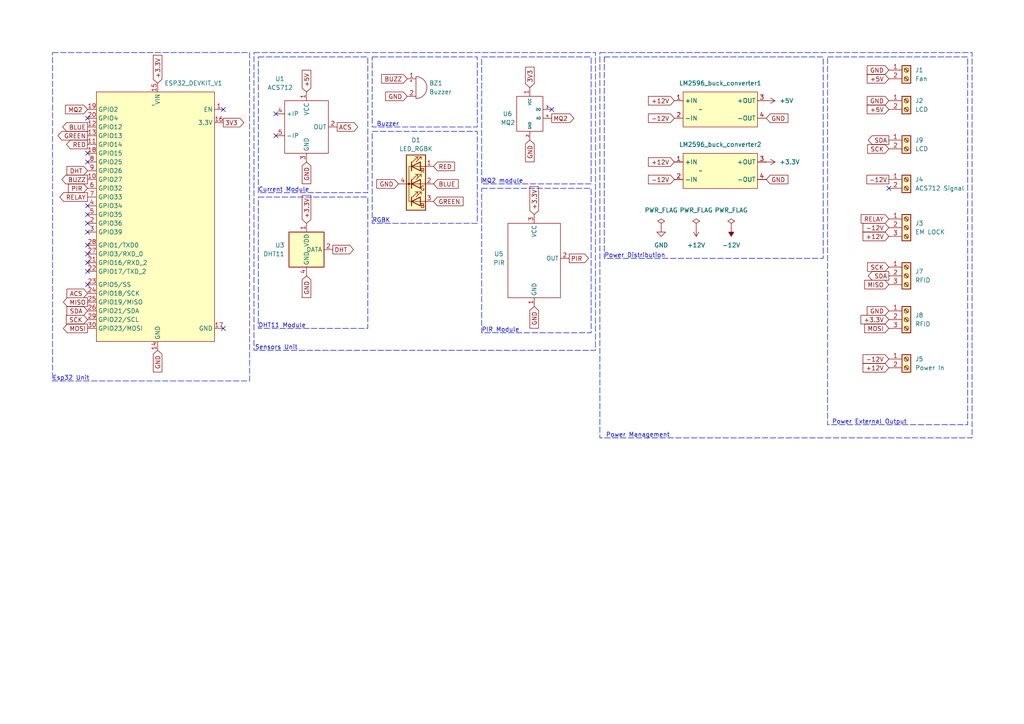
<source format=kicad_sch>
(kicad_sch (version 20230121) (generator eeschema)
  (paper "A4")
  (lib_symbols
    (symbol "Buck_coverter:DC-DC_LM2596_BUCK"
      (property "Reference" "LM2596_buck_converter" (at 6.35 7.62 0))
      (symbol "DC-DC_LM2596_BUCK_1_1"
        (rectangle (start -5.08 5.08) (end 16.51 -5.08) (fill (type background)))
        (pin power_in line (at -7.62 2.54 0) (length 2.54) (name "+IN") (number "1"))
        (pin power_in line (at -7.62 -2.54 0) (length 2.54) (name "-IN") (number "2"))
        (pin power_out line (at 19.05 2.54 180) (length 2.54) (name "+OUT") (number "3"))
        (pin passive line (at 19.05 -2.54 180) (length 2.54) (name "-OUT") (number "4"))
      )
    )
    (symbol "Connector:Screw_Terminal_01x02" (pin_names (offset 1.016) hide)
      (property "Reference" "J" (at 0 2.54 0))
      (property "Value" "Screw_Terminal_01x02" (at 0 -5.08 0))
      (symbol "Screw_Terminal_01x02_1_1"
        (rectangle (start -1.27 1.27) (end 1.27 -3.81) (stroke (width 0.254)) (fill (type background)))
        (circle (center 0 -2.54) (radius 0.635) (stroke (width 0.1524)))
        (polyline (pts (xy -0.5334 -2.2098) (xy 0.3302 -3.048)) (stroke (width 0.1524)))
        (polyline (pts (xy -0.5334 0.3302) (xy 0.3302 -0.508)) (stroke (width 0.1524)))
        (polyline (pts (xy -0.3556 -2.032) (xy 0.508 -2.8702)) (stroke (width 0.1524)))
        (polyline (pts (xy -0.3556 0.508) (xy 0.508 -0.3302)) (stroke (width 0.1524)))
        (circle (center 0 0) (radius 0.635) (stroke (width 0.1524)))
        (pin passive line (at -5.08 0 0) (length 3.81) (name "Pin_1") (number "1"))
        (pin passive line (at -5.08 -2.54 0) (length 3.81) (name "Pin_2") (number "2"))
      )
    )
    (symbol "Connector:Screw_Terminal_01x03" (pin_names (offset 1.016) hide)
      (property "Reference" "J" (at 0 5.08 0))
      (property "Value" "Screw_Terminal_01x03" (at 0 -5.08 0))
      (symbol "Screw_Terminal_01x03_1_1"
        (rectangle (start -1.27 3.81) (end 1.27 -3.81) (stroke (width 0.254)) (fill (type background)))
        (circle (center 0 -2.54) (radius 0.635) (stroke (width 0.1524)))
        (polyline (pts (xy -0.5334 -2.2098) (xy 0.3302 -3.048)) (stroke (width 0.1524)))
        (polyline (pts (xy -0.5334 0.3302) (xy 0.3302 -0.508)) (stroke (width 0.1524)))
        (polyline (pts (xy -0.5334 2.8702) (xy 0.3302 2.032)) (stroke (width 0.1524)))
        (polyline (pts (xy -0.3556 -2.032) (xy 0.508 -2.8702)) (stroke (width 0.1524)))
        (polyline (pts (xy -0.3556 0.508) (xy 0.508 -0.3302)) (stroke (width 0.1524)))
        (polyline (pts (xy -0.3556 3.048) (xy 0.508 2.2098)) (stroke (width 0.1524)))
        (circle (center 0 0) (radius 0.635) (stroke (width 0.1524)))
        (circle (center 0 2.54) (radius 0.635) (stroke (width 0.1524)))
        (pin passive line (at -5.08 2.54 0) (length 3.81) (name "Pin_1") (number "1"))
        (pin passive line (at -5.08 0 0) (length 3.81) (name "Pin_2") (number "2"))
        (pin passive line (at -5.08 -2.54 0) (length 3.81) (name "Pin_3") (number "3"))
      )
    )
    (symbol "Device:Buzzer" (pin_names (offset 0.0254) hide)
      (property "Reference" "BZ" (at 3.81 1.27 0))
      (property "Value" "Buzzer" (at 3.81 -1.27 0))
      (symbol "Buzzer_0_1"
        (arc (start 0 -3.175) (mid 3.1612 0) (end 0 3.175))
        (polyline (pts (xy -1.651 1.905) (xy -1.143 1.905)))
        (polyline (pts (xy -1.397 2.159) (xy -1.397 1.651)))
        (polyline (pts (xy 0 3.175) (xy 0 -3.175)))
      )
      (symbol "Buzzer_1_1"
        (pin passive line (at -2.54 2.54 0) (length 2.54) (name "-") (number "1"))
        (pin passive line (at -2.54 -2.54 0) (length 2.54) (name "+") (number "2"))
      )
    )
    (symbol "Device:LED_RGBK" (pin_names (offset 0) hide)
      (property "Reference" "D" (at 0 9.398 0))
      (property "Value" "LED_RGBK" (at 0 -8.89 0))
      (symbol "LED_RGBK_0_0"
        (text "B" (at 1.905 -6.35 0) (effects (font (size 1.27 1.27))))
        (text "G" (at 1.905 -1.27 0) (effects (font (size 1.27 1.27))))
        (text "R" (at 1.905 3.81 0) (effects (font (size 1.27 1.27))))
      )
      (symbol "LED_RGBK_0_1"
        (circle (center -2.032 0) (radius 0.254) (fill (type outline)))
        (polyline (pts (xy -1.27 -5.08) (xy 1.27 -5.08)))
        (polyline (pts (xy -1.27 -3.81) (xy -1.27 -6.35)) (stroke (width 0.254)))
        (polyline (pts (xy -1.27 0) (xy -2.54 0)))
        (polyline (pts (xy -1.27 1.27) (xy -1.27 -1.27)) (stroke (width 0.254)))
        (polyline (pts (xy -1.27 5.08) (xy 1.27 5.08)))
        (polyline (pts (xy -1.27 6.35) (xy -1.27 3.81)) (stroke (width 0.254)))
        (polyline (pts (xy 1.27 -5.08) (xy 2.54 -5.08)))
        (polyline (pts (xy 1.27 0) (xy -1.27 0)))
        (polyline (pts (xy 1.27 0) (xy 2.54 0)))
        (polyline (pts (xy 1.27 5.08) (xy 2.54 5.08)))
        (polyline (pts (xy -1.27 1.27) (xy -1.27 -1.27) (xy -1.27 -1.27)))
        (polyline (pts (xy -1.27 6.35) (xy -1.27 3.81) (xy -1.27 3.81)))
        (polyline (pts (xy -1.27 5.08) (xy -2.032 5.08) (xy -2.032 -5.08) (xy -1.016 -5.08)))
        (polyline (pts (xy 1.27 -3.81) (xy 1.27 -6.35) (xy -1.27 -5.08) (xy 1.27 -3.81)) (stroke (width 0.254)))
        (polyline (pts (xy 1.27 1.27) (xy 1.27 -1.27) (xy -1.27 0) (xy 1.27 1.27)) (stroke (width 0.254)))
        (polyline (pts (xy 1.27 6.35) (xy 1.27 3.81) (xy -1.27 5.08) (xy 1.27 6.35)) (stroke (width 0.254)))
        (polyline (pts (xy -1.016 -3.81) (xy 0.508 -2.286) (xy -0.254 -2.286) (xy 0.508 -2.286) (xy 0.508 -3.048)))
        (polyline (pts (xy -1.016 1.27) (xy 0.508 2.794) (xy -0.254 2.794) (xy 0.508 2.794) (xy 0.508 2.032)))
        (polyline (pts (xy -1.016 6.35) (xy 0.508 7.874) (xy -0.254 7.874) (xy 0.508 7.874) (xy 0.508 7.112)))
        (polyline (pts (xy 0 -3.81) (xy 1.524 -2.286) (xy 0.762 -2.286) (xy 1.524 -2.286) (xy 1.524 -3.048)))
        (polyline (pts (xy 0 1.27) (xy 1.524 2.794) (xy 0.762 2.794) (xy 1.524 2.794) (xy 1.524 2.032)))
        (polyline (pts (xy 0 6.35) (xy 1.524 7.874) (xy 0.762 7.874) (xy 1.524 7.874) (xy 1.524 7.112)))
        (rectangle (start 1.27 -1.27) (end 1.27 1.27))
        (rectangle (start 1.27 1.27) (end 1.27 1.27))
        (rectangle (start 1.27 3.81) (end 1.27 6.35))
        (rectangle (start 1.27 6.35) (end 1.27 6.35))
        (rectangle (start 2.794 8.382) (end -2.794 -7.62) (stroke (width 0.254)) (fill (type background)))
      )
      (symbol "LED_RGBK_1_1"
        (pin passive line (at 5.08 5.08 180) (length 2.54) (name "RA") (number "1"))
        (pin passive line (at 5.08 0 180) (length 2.54) (name "GA") (number "2"))
        (pin passive line (at 5.08 -5.08 180) (length 2.54) (name "BA") (number "3"))
        (pin passive line (at -5.08 0 0) (length 2.54) (name "K") (number "4"))
      )
    )
    (symbol "MCU_DOIT_ESP32:ESP32_DEVKIT_V1"
      (property "Reference" "ESP32_DEVKIT_V1" (at -15.24 6.35 0))
      (symbol "ESP32_DEVKIT_V1_1_1"
        (rectangle (start -17.78 3.81) (end 16.51 -68.58) (fill (type background)))
        (pin power_in line (at 19.05 -1.27 180) (length 2.54) (name "EN") (number "1"))
        (pin bidirectional line (at -20.32 -21.59 0) (length 2.54) (name "GPIO27") (number "10"))
        (pin bidirectional line (at -20.32 -11.43 0) (length 2.54) (name "GPIO14") (number "11"))
        (pin bidirectional line (at -20.32 -6.35 0) (length 2.54) (name "GPIO12") (number "12"))
        (pin bidirectional line (at -20.32 -8.89 0) (length 2.54) (name "GPIO13") (number "13"))
        (pin power_in line (at 0 -71.12 90) (length 2.54) (name "GND") (number "14"))
        (pin power_in line (at 0 6.35 270) (length 2.54) (name "VIN") (number "15"))
        (pin power_out line (at 19.05 -5.08 180) (length 2.54) (name "3.3V") (number "16"))
        (pin power_out line (at 19.05 -64.77 180) (length 2.54) (name "GND") (number "17"))
        (pin bidirectional line (at -20.32 -13.97 0) (length 2.54) (name "GPIO15") (number "18"))
        (pin bidirectional line (at -20.32 -1.27 0) (length 2.54) (name "GPIO2") (number "19"))
        (pin bidirectional line (at -20.32 -34.29 0) (length 2.54) (name "GPIO36") (number "2"))
        (pin bidirectional line (at -20.32 -3.81 0) (length 2.54) (name "GPIO4") (number "20"))
        (pin bidirectional line (at -20.32 -45.72 0) (length 2.54) (name "GPIO16/RXD_2") (number "21"))
        (pin bidirectional line (at -20.32 -48.26 0) (length 2.54) (name "GPIO17/TXD_2") (number "22"))
        (pin bidirectional line (at -20.32 -52.07 0) (length 2.54) (name "GPIO5/SS") (number "23"))
        (pin bidirectional line (at -20.32 -54.61 0) (length 2.54) (name "GPIO18/SCK") (number "24"))
        (pin bidirectional line (at -20.32 -57.15 0) (length 2.54) (name "GPIO19/MISO") (number "25"))
        (pin bidirectional line (at -20.32 -59.69 0) (length 2.54) (name "GPIO21/SDA") (number "26"))
        (pin bidirectional line (at -20.32 -43.18 0) (length 2.54) (name "GPIO3/RXD_0") (number "27"))
        (pin bidirectional line (at -20.32 -40.64 0) (length 2.54) (name "GPIO1/TXD0") (number "28"))
        (pin bidirectional line (at -20.32 -62.23 0) (length 2.54) (name "GPIO22/SCL") (number "29"))
        (pin bidirectional line (at -20.32 -36.83 0) (length 2.54) (name "GPIO39") (number "3"))
        (pin bidirectional line (at -20.32 -64.77 0) (length 2.54) (name "GPIO23/MOSI") (number "30"))
        (pin bidirectional line (at -20.32 -29.21 0) (length 2.54) (name "GPIO34") (number "4"))
        (pin bidirectional line (at -20.32 -31.75 0) (length 2.54) (name "GPIO35") (number "5"))
        (pin bidirectional line (at -20.32 -24.13 0) (length 2.54) (name "GPIO32") (number "6"))
        (pin bidirectional line (at -20.32 -26.67 0) (length 2.54) (name "GPIO33") (number "7"))
        (pin bidirectional line (at -20.32 -16.51 0) (length 2.54) (name "GPIO25") (number "8"))
        (pin bidirectional line (at -20.32 -19.05 0) (length 2.54) (name "GPIO26") (number "9"))
      )
    )
    (symbol "Sensor:DHT11"
      (property "Reference" "U" (at -3.81 6.35 0))
      (property "Value" "DHT11" (at 3.81 6.35 0))
      (symbol "DHT11_0_1"
        (rectangle (start -5.08 5.08) (end 5.08 -5.08) (stroke (width 0.254)) (fill (type background)))
      )
      (symbol "DHT11_1_1"
        (pin power_in line (at 0 7.62 270) (length 2.54) (name "VDD") (number "1"))
        (pin bidirectional line (at 7.62 0 180) (length 2.54) (name "DATA") (number "2"))
        (pin no_connect line (at -5.08 0 0) (length 2.54) hide (name "NC") (number "3"))
        (pin power_in line (at 0 -7.62 90) (length 2.54) (name "GND") (number "4"))
      )
    )
    (symbol "Sensor_Current_module:ACS712_5B"
      (property "Reference" "U" (at 0 5.08 0))
      (symbol "ACS712_5B_0_1"
        (rectangle (start 0 0) (end 12.7 -15.24))
      )
      (symbol "ACS712_5B_1_1"
        (pin power_in line (at 6.35 2.54 270) (length 2.54) (name "VCC") (number "1"))
        (pin output line (at 15.24 -7.62 180) (length 2.54) (name "OUT") (number "2"))
        (pin power_in line (at 6.35 -17.78 90) (length 2.54) (name "GND") (number "3"))
        (pin power_out line (at -2.54 -3.81 0) (length 2.54) (name "+IP") (number "4"))
        (pin power_out line (at -2.54 -10.16 0) (length 2.54) (name "-IP") (number "5"))
      )
    )
    (symbol "Sensors_Gas:MQ2"
      (property "Reference" "MQ2" (at -3.81 5.08 0))
      (symbol "MQ2_0_1"
        (rectangle (start -2.54 2.54) (end 5.08 -7.62))
      )
      (symbol "MQ2_1_1"
        (pin power_in line (at 1.27 5.08 270) (length 2.54) (name "VCC") (number "1"))
        (pin power_in line (at 1.27 -10.16 90) (length 2.54) (name "GND") (number "2"))
        (pin output line (at 7.62 -1.27 180) (length 2.54) (name "DO") (number "3"))
        (pin output line (at 7.62 -3.81 180) (length 2.54) (name "AO") (number "4"))
      )
    )
    (symbol "Sensors_Motion_PIR:HC_SR501_PIR"
      (property "Reference" "U" (at -5.08 5.08 0))
      (symbol "HC_SR501_PIR_0_1"
        (rectangle (start -3.81 0) (end 11.43 -21.59))
      )
      (symbol "HC_SR501_PIR_1_1"
        (pin power_in line (at 3.81 -24.13 90) (length 2.54) (name "GND") (number "1"))
        (pin output line (at 13.97 -10.16 180) (length 2.54) (name "OUT") (number "2"))
        (pin power_in line (at 3.81 2.54 270) (length 2.54) (name "VCC") (number "3"))
      )
    )
    (symbol "power:+12V" (power) (pin_names (offset 0))
      (property "Value" "+12V" (at 0 3.556 0))
      (symbol "+12V_0_1"
        (polyline (pts (xy -0.762 1.27) (xy 0 2.54)))
        (polyline (pts (xy 0 0) (xy 0 2.54)))
        (polyline (pts (xy 0 2.54) (xy 0.762 1.27)))
      )
      (symbol "+12V_1_1"
        (pin power_in line (at 0 0 90) (length 0) hide (name "+12V") (number "1"))
      )
    )
    (symbol "power:+3.3V" (power) (pin_names (offset 0))
      (property "Value" "+3.3V" (at 0 3.556 0))
      (symbol "+3.3V_0_1"
        (polyline (pts (xy -0.762 1.27) (xy 0 2.54)))
        (polyline (pts (xy 0 0) (xy 0 2.54)))
        (polyline (pts (xy 0 2.54) (xy 0.762 1.27)))
      )
      (symbol "+3.3V_1_1"
        (pin power_in line (at 0 0 90) (length 0) hide (name "+3.3V") (number "1"))
      )
    )
    (symbol "power:+5V" (power) (pin_names (offset 0))
      (property "Value" "+5V" (at 0 3.556 0))
      (symbol "+5V_0_1"
        (polyline (pts (xy -0.762 1.27) (xy 0 2.54)))
        (polyline (pts (xy 0 0) (xy 0 2.54)))
        (polyline (pts (xy 0 2.54) (xy 0.762 1.27)))
      )
      (symbol "+5V_1_1"
        (pin power_in line (at 0 0 90) (length 0) hide (name "+5V") (number "1"))
      )
    )
    (symbol "power:-12V" (power) (pin_names (offset 0))
      (property "Value" "-12V" (at 0 3.81 0))
      (symbol "-12V_0_0"
        (pin power_in line (at 0 0 90) (length 0) hide (name "-12V") (number "1"))
      )
      (symbol "-12V_0_1"
        (polyline (pts (xy 0 0) (xy 0 1.27) (xy 0.762 1.27) (xy 0 2.54) (xy -0.762 1.27) (xy 0 1.27)) (fill (type outline)))
      )
    )
    (symbol "power:GND" (power) (pin_names (offset 0))
      (property "Value" "GND" (at 0 -3.81 0))
      (symbol "GND_0_1"
        (polyline (pts (xy 0 0) (xy 0 -1.27) (xy 1.27 -1.27) (xy 0 -2.54) (xy -1.27 -1.27) (xy 0 -1.27)))
      )
      (symbol "GND_1_1"
        (pin power_in line (at 0 0 270) (length 0) hide (name "GND") (number "1"))
      )
    )
    (symbol "power:PWR_FLAG" (power) (pin_numbers hide) (pin_names (offset 0) hide)
      (property "Value" "PWR_FLAG" (at 0 3.81 0))
      (symbol "PWR_FLAG_0_0"
        (pin power_out line (at 0 0 90) (length 0) (name "pwr") (number "1"))
      )
      (symbol "PWR_FLAG_0_1"
        (polyline (pts (xy 0 0) (xy 0 1.27) (xy -1.016 1.905) (xy 0 2.54) (xy 1.016 1.905) (xy 0 1.27)))
      )
    )
  )
  (no_connect (at 25.4 78.74))
  (no_connect (at 25.4 82.55))
  (no_connect (at 25.4 34.29))
  (no_connect (at 80.01 33.02))
  (no_connect (at 64.77 31.75))
  (no_connect (at 25.4 76.2))
  (no_connect (at 160.02 31.75))
  (no_connect (at 80.01 39.37))
  (no_connect (at 25.4 59.69))
  (no_connect (at 64.77 95.25))
  (no_connect (at 25.4 62.23))
  (no_connect (at 25.4 67.31))
  (no_connect (at 25.4 46.99))
  (no_connect (at 25.4 64.77))
  (no_connect (at 25.4 73.66))
  (no_connect (at 257.81 54.61))
  (no_connect (at 25.4 71.12))
  (no_connect (at 25.4 44.45))
  (rectangle (start 73.66 15.24) (end 172.72 101.6) (stroke (width 0) (type dash)))
  (rectangle (start 240.03 16.51) (end 280.67 123.19) (stroke (width 0) (type dash)))
  (rectangle (start 74.93 16.51) (end 106.68 55.88) (stroke (width 0) (type dash)))
  (rectangle (start 139.7 16.51) (end 171.45 53.34) (stroke (width 0) (type dash)))
  (rectangle (start 107.95 38.1) (end 138.43 64.77) (stroke (width 0) (type dash)))
  (rectangle (start 15.24 15.24) (end 72.39 110.49) (stroke (width 0) (type dash)))
  (rectangle (start 139.7 54.61) (end 171.45 96.52) (stroke (width 0) (type dash)))
  (rectangle (start 74.93 57.15) (end 106.68 95.25) (stroke (width 0) (type dash)))
  (rectangle (start 173.99 15.24) (end 281.94 127) (stroke (width 0) (type dash)))
  (rectangle (start 175.26 16.51) (end 238.76 74.93) (stroke (width 0) (type dash)))
  (rectangle (start 107.95 16.51) (end 138.43 36.83) (stroke (width 0) (type dash)))
  (text "PIR Module" (at 139.7 96.52 0) (effects (font (size 1.27 1.27)) (justify left bottom)))
  (text "DHT11 Module" (at 74.93 95.25 0) (effects (font (size 1.27 1.27)) (justify left bottom)))
  (text "Sensors Unit" (at 86.36 101.6 0) (effects (font (size 1.27 1.27)) (justify right bottom)))
  (text "MQ2 module" (at 139.7 53.34 0) (effects (font (size 1.27 1.27)) (justify left bottom)))
  (text "Current Module" (at 74.93 55.88 0) (effects (font (size 1.27 1.27)) (justify left bottom)))
  (text "Esp32 Unit" (at 15.24 110.49 0) (effects (font (size 1.27 1.27)) (justify left bottom)))
  (text "Power External Output" (at 241.3 123.19 0) (effects (font (size 1.27 1.27)) (justify left bottom)))
  (text "RGBK" (at 107.95 64.77 0) (effects (font (size 1.27 1.27)) (justify left bottom)))
  (text "Power Distribution\n" (at 175.26 74.93 0) (effects (font (size 1.27 1.27)) (justify left bottom)))
  (text "Buzzer" (at 109.22 36.83 0) (effects (font (size 1.27 1.27)) (justify left bottom)))
  (text "Power Management" (at 194.31 127 0) (effects (font (size 1.27 1.27)) (justify right bottom)))
  (global_label "GND" (shape input) (at 257.81 29.21 180) (property "Intersheetrefs" "${INTERSHEET_REFS}" (effects hide)))
  (global_label "+3.3V" (shape input) (at 154.94 62.23 90) (property "Intersheetrefs" "${INTERSHEET_REFS}" (effects hide)))
  (global_label "RELAY" (shape output) (at 25.4 57.15 180) (property "Intersheetrefs" "${INTERSHEET_REFS}" (effects hide)))
  (global_label "3V3" (shape output) (at 64.77 35.56 0) (property "Intersheetrefs" "${INTERSHEET_REFS}" (effects hide)))
  (global_label "GND" (shape input) (at 222.25 52.07 0) (property "Intersheetrefs" "${INTERSHEET_REFS}" (effects hide)))
  (global_label "+3.3V" (shape input) (at 45.72 24.13 90) (property "Intersheetrefs" "${INTERSHEET_REFS}" (effects hide)))
  (global_label "+5V" (shape input) (at 257.81 22.86 180) (property "Intersheetrefs" "${INTERSHEET_REFS}" (effects hide)))
  (global_label "SDA" (shape output) (at 257.81 80.01 180) (property "Intersheetrefs" "${INTERSHEET_REFS}" (effects hide)))
  (global_label "RED" (shape input) (at 125.73 48.26 0) (property "Intersheetrefs" "${INTERSHEET_REFS}" (effects hide)))
  (global_label "+12V" (shape input) (at 195.58 46.99 180) (property "Intersheetrefs" "${INTERSHEET_REFS}" (effects hide)))
  (global_label "MISO" (shape output) (at 25.4 87.63 180) (property "Intersheetrefs" "${INTERSHEET_REFS}" (effects hide)))
  (global_label "PIR" (shape output) (at 165.1 74.93 0) (property "Intersheetrefs" "${INTERSHEET_REFS}" (effects hide)))
  (global_label "GND" (shape input) (at 257.81 90.17 180) (property "Intersheetrefs" "${INTERSHEET_REFS}" (effects hide)))
  (global_label "BLUE" (shape output) (at 25.4 36.83 180) (property "Intersheetrefs" "${INTERSHEET_REFS}" (effects hide)))
  (global_label "DHT" (shape input) (at 25.4 49.53 180) (property "Intersheetrefs" "${INTERSHEET_REFS}" (effects hide)))
  (global_label "MQ2" (shape output) (at 160.02 34.29 0) (property "Intersheetrefs" "${INTERSHEET_REFS}" (effects hide)))
  (global_label "SDA" (shape input) (at 25.4 90.17 180) (property "Intersheetrefs" "${INTERSHEET_REFS}" (effects hide)))
  (global_label "GND" (shape input) (at 154.94 88.9 270) (property "Intersheetrefs" "${INTERSHEET_REFS}" (effects hide)))
  (global_label "+5V" (shape input) (at 88.9 26.67 90) (property "Intersheetrefs" "${INTERSHEET_REFS}" (effects hide)))
  (global_label "DHT" (shape output) (at 96.52 72.39 0) (property "Intersheetrefs" "${INTERSHEET_REFS}" (effects hide)))
  (global_label "+3.3V" (shape input) (at 88.9 64.77 90) (property "Intersheetrefs" "${INTERSHEET_REFS}" (effects hide)))
  (global_label "SCK" (shape input) (at 257.81 43.18 180) (property "Intersheetrefs" "${INTERSHEET_REFS}" (effects hide)))
  (global_label "RED" (shape output) (at 25.4 41.91 180) (property "Intersheetrefs" "${INTERSHEET_REFS}" (effects hide)))
  (global_label "GREEN" (shape input) (at 125.73 58.42 0) (property "Intersheetrefs" "${INTERSHEET_REFS}" (effects hide)))
  (global_label "-12V" (shape input) (at 195.58 52.07 180) (property "Intersheetrefs" "${INTERSHEET_REFS}" (effects hide)))
  (global_label "-12V" (shape passive) (at 257.81 52.07 180) (property "Intersheetrefs" "${INTERSHEET_REFS}" (effects hide)))
  (global_label "MOSI" (shape input) (at 257.81 95.25 180) (property "Intersheetrefs" "${INTERSHEET_REFS}" (effects hide)))
  (global_label "-12V" (shape input) (at 257.81 104.14 180) (property "Intersheetrefs" "${INTERSHEET_REFS}" (effects hide)))
  (global_label "ACS" (shape output) (at 97.79 36.83 0) (property "Intersheetrefs" "${INTERSHEET_REFS}" (effects hide)))
  (global_label "GND" (shape input) (at 88.9 46.99 270) (property "Intersheetrefs" "${INTERSHEET_REFS}" (effects hide)))
  (global_label "GND" (shape input) (at 118.11 27.94 180) (property "Intersheetrefs" "${INTERSHEET_REFS}" (effects hide)))
  (global_label "+12V" (shape input) (at 257.81 68.58 180) (property "Intersheetrefs" "${INTERSHEET_REFS}" (effects hide)))
  (global_label "MISO" (shape input) (at 257.81 82.55 180) (property "Intersheetrefs" "${INTERSHEET_REFS}" (effects hide)))
  (global_label "GREEN" (shape output) (at 25.4 39.37 180) (property "Intersheetrefs" "${INTERSHEET_REFS}" (effects hide)))
  (global_label "BUZZ" (shape input) (at 118.11 22.86 180) (property "Intersheetrefs" "${INTERSHEET_REFS}" (effects hide)))
  (global_label "GND" (shape input) (at 88.9 80.01 270) (property "Intersheetrefs" "${INTERSHEET_REFS}" (effects hide)))
  (global_label "-12V" (shape input) (at 195.58 34.29 180) (property "Intersheetrefs" "${INTERSHEET_REFS}" (effects hide)))
  (global_label "BLUE" (shape input) (at 125.73 53.34 0) (property "Intersheetrefs" "${INTERSHEET_REFS}" (effects hide)))
  (global_label "GND" (shape input) (at 257.81 20.32 180) (property "Intersheetrefs" "${INTERSHEET_REFS}" (effects hide)))
  (global_label "MOSI" (shape output) (at 25.4 95.25 180) (property "Intersheetrefs" "${INTERSHEET_REFS}" (effects hide)))
  (global_label "SCK" (shape input) (at 25.4 92.71 180) (property "Intersheetrefs" "${INTERSHEET_REFS}" (effects hide)))
  (global_label "GND" (shape input) (at 45.72 101.6 270) (property "Intersheetrefs" "${INTERSHEET_REFS}" (effects hide)))
  (global_label "GND" (shape input) (at 153.67 40.64 270) (property "Intersheetrefs" "${INTERSHEET_REFS}" (effects hide)))
  (global_label "SDA" (shape output) (at 257.81 40.64 180) (property "Intersheetrefs" "${INTERSHEET_REFS}" (effects hide)))
  (global_label "GND" (shape input) (at 115.57 53.34 180) (property "Intersheetrefs" "${INTERSHEET_REFS}" (effects hide)))
  (global_label "ACS" (shape input) (at 25.4 85.09 180) (property "Intersheetrefs" "${INTERSHEET_REFS}" (effects hide)))
  (global_label "RELAY" (shape input) (at 257.81 63.5 180) (property "Intersheetrefs" "${INTERSHEET_REFS}" (effects hide)))
  (global_label "+12V" (shape input) (at 195.58 29.21 180) (property "Intersheetrefs" "${INTERSHEET_REFS}" (effects hide)))
  (global_label "+3.3V" (shape input) (at 257.81 92.71 180) (property "Intersheetrefs" "${INTERSHEET_REFS}" (effects hide)))
  (global_label "PIR" (shape input) (at 25.4 54.61 180) (property "Intersheetrefs" "${INTERSHEET_REFS}" (effects hide)))
  (global_label "GND" (shape input) (at 222.25 34.29 0) (property "Intersheetrefs" "${INTERSHEET_REFS}" (effects hide)))
  (global_label "3V3" (shape input) (at 153.67 25.4 90) (property "Intersheetrefs" "${INTERSHEET_REFS}" (effects hide)))
  (global_label "BUZZ" (shape output) (at 25.4 52.07 180) (property "Intersheetrefs" "${INTERSHEET_REFS}" (effects hide)))
  (global_label "MQ2" (shape input) (at 25.4 31.75 180) (property "Intersheetrefs" "${INTERSHEET_REFS}" (effects hide)))
  (global_label "SCK" (shape input) (at 257.81 77.47 180) (property "Intersheetrefs" "${INTERSHEET_REFS}" (effects hide)))
  (global_label "-12V" (shape input) (at 257.81 66.04 180) (property "Intersheetrefs" "${INTERSHEET_REFS}" (effects hide)))
  (global_label "+12V" (shape input) (at 257.81 106.68 180) (property "Intersheetrefs" "${INTERSHEET_REFS}" (effects hide)))
  (global_label "+5V" (shape input) (at 257.81 31.75 180) (property "Intersheetrefs" "${INTERSHEET_REFS}" (effects hide)))
  (symbol (lib_id "power:+3.3V") (at 222.25 46.99 270) (unit 1)
    (property "Reference" "#PWR06" (effects hide))
    (property "Value" "+3.3V" (at 226.06 46.99 90) (effects (justify left)))
  )
  (symbol (lib_id "power:+5V") (at 222.25 29.21 270) (unit 1)
    (property "Reference" "#PWR05" (effects hide))
    (property "Value" "+5V" (at 226.06 29.21 90) (effects (justify left)))
  )
  (symbol (lib_id "power:PWR_FLAG") (at 201.93 66.04 0) (unit 1)
    (property "Reference" "#FLG04" (effects hide))
    (property "Value" "PWR_FLAG" (at 201.93 60.96 0))
  )
  (symbol (lib_id "power:-12V") (at 212.09 66.04 180) (unit 1)
    (property "Reference" "#PWR01" (effects hide))
    (property "Value" "-12V" (at 212.09 71.12 0))
  )
  (symbol (lib_id "Connector:Screw_Terminal_01x02") (at 262.89 52.07 0) (unit 1)
    (property "Reference" "J4" (at 265.43 52.07 0) (effects (justify left)))
    (property "Value" "ACS712 Signal" (at 265.43 54.61 0) (effects (justify left)))
    (property "Footprint" "TerminalBlock:TerminalBlock_Altech_AK300-2_P5.00mm" (effects hide))
  )
  (symbol (lib_id "power:PWR_FLAG") (at 191.77 66.04 0) (unit 1)
    (property "Reference" "#FLG03" (effects hide))
    (property "Value" "PWR_FLAG" (at 191.77 60.96 0))
  )
  (symbol (lib_id "Sensors_Gas:MQ2") (at 152.4 30.48 0) (unit 1)
    (property "Reference" "U6" (at 148.59 33.02 0) (effects (justify right)))
    (property "Value" "MQ2" (at 147.32 35.56 0))
    (property "Footprint" "Sensor_Gas:MQ2" (effects hide))
    (property "Datasheet" "https://www.pololu.com/file/0J309/MQ2.pdf" (effects hide))
  )
  (symbol (lib_id "Connector:Screw_Terminal_01x02") (at 262.89 104.14 0) (unit 1)
    (property "Reference" "J5" (at 265.43 104.14 0) (effects (justify left)))
    (property "Value" "Power In" (at 265.43 106.68 0) (effects (justify left)))
    (property "Footprint" "TerminalBlock:TerminalBlock_Altech_AK300-2_P5.00mm" (effects hide))
  )
  (symbol (lib_id "Connector:Screw_Terminal_01x02") (at 262.89 40.64 0) (unit 1)
    (property "Reference" "J9" (at 265.43 40.64 0) (effects (justify left)))
    (property "Value" "LCD " (at 265.43 43.18 0) (effects (justify left)))
    (property "Footprint" "TerminalBlock:TerminalBlock_Altech_AK300-2_P5.00mm" (effects hide))
  )
  (symbol (lib_id "Sensor_Current_module:ACS712_5B") (at 82.55 29.21 0) (unit 1)
    (property "Reference" "U1" (at 82.55 22.86 0) (effects (justify right)))
    (property "Value" "ACS712" (at 81.28 25.4 0))
    (property "Footprint" "Sensor_Current:ACS712_5B" (effects hide))
  )
  (symbol (lib_id "power:+12V") (at 201.93 66.04 180) (unit 1)
    (property "Reference" "#PWR016" (effects hide))
    (property "Value" "+12V" (at 201.93 71.12 0))
  )
  (symbol (lib_id "Buck_coverter:DC-DC_LM2596_BUCK") (at 203.2 31.75 0) (unit 1)
    (property "Reference" "LM2596_buck_converter1" (at 208.915 24.13 0))
    (property "Value" "~" (at 203.2 31.75 0))
    (property "Footprint" "DC-DC_Buck_Converter:LM2596_module" (effects hide))
  )
  (symbol (lib_id "Sensor:DHT11") (at 88.9 72.39 0) (unit 1)
    (property "Reference" "U3" (at 82.55 71.12 0) (effects (justify right)))
    (property "Value" "DHT11" (at 82.55 73.66 0) (effects (justify right)))
    (property "Footprint" "Sensor:Aosong_DHT11_5.5x12.0_P2.54mm" (effects hide))
    (property "Datasheet" "http://akizukidenshi.com/download/ds/aosong/DHT11.pdf" (effects hide))
  )
  (symbol (lib_id "Sensors_Motion_PIR:HC_SR501_PIR") (at 151.13 64.77 0) (unit 1)
    (property "Reference" "U5" (at 146.05 73.66 0) (effects (justify right)))
    (property "Value" "PIR" (at 144.78 76.2 0))
    (property "Footprint" "Sensor_motion_PIR:PIR_HC-S501" (effects hide))
    (property "Datasheet" "https://pdf1.alldatasheet.com/datasheet-pdf/view/1131987/ETC2/HC-SR501.html" (effects hide))
  )
  (symbol (lib_id "power:PWR_FLAG") (at 212.09 66.04 0) (unit 1)
    (property "Reference" "#FLG01" (effects hide))
    (property "Value" "PWR_FLAG" (at 212.09 60.96 0))
  )
  (symbol (lib_id "Device:Buzzer") (at 120.65 25.4 0) (unit 1)
    (property "Reference" "BZ1" (at 124.46 24.13 0) (effects (justify left)))
    (property "Value" "Buzzer" (at 124.46 26.67 0) (effects (justify left)))
    (property "Footprint" "Buzzer_Beeper:Buzzer_D14mm_H7mm_P10mm" (effects hide))
  )
  (symbol (lib_id "power:GND") (at 191.77 66.04 0) (unit 1)
    (property "Reference" "#PWR011" (effects hide))
    (property "Value" "GND" (at 191.77 71.12 0))
  )
  (symbol (lib_id "Connector:Screw_Terminal_01x03") (at 262.89 66.04 0) (unit 1)
    (property "Reference" "J3" (at 265.43 64.77 0) (effects (justify left)))
    (property "Value" "EM LOCK" (at 265.43 67.31 0) (effects (justify left)))
    (property "Footprint" "TerminalBlock:TerminalBlock_Altech_AK300-3_P5.00mm" (effects hide))
  )
  (symbol (lib_id "Device:LED_RGBK") (at 120.65 53.34 0) (unit 1)
    (property "Reference" "D1" (at 120.65 40.64 0))
    (property "Value" "LED_RGBK" (at 120.65 43.18 0))
    (property "Footprint" "LED_THT:LED_D5.0mm-4_RGB" (effects hide))
  )
  (symbol (lib_id "Connector:Screw_Terminal_01x02") (at 262.89 20.32 0) (unit 1)
    (property "Reference" "J1" (at 265.43 20.32 0) (effects (justify left)))
    (property "Value" "Fan" (at 265.43 22.86 0) (effects (justify left)))
    (property "Footprint" "TerminalBlock:TerminalBlock_Altech_AK300-2_P5.00mm" (effects hide))
  )
  (symbol (lib_id "Connector:Screw_Terminal_01x03") (at 262.89 92.71 0) (unit 1)
    (property "Reference" "J8" (at 265.43 91.44 0) (effects (justify left)))
    (property "Value" "RFID" (at 265.43 93.98 0) (effects (justify left)))
    (property "Footprint" "TerminalBlock:TerminalBlock_Altech_AK300-3_P5.00mm" (effects hide))
  )
  (symbol (lib_id "Connector:Screw_Terminal_01x02") (at 262.89 29.21 0) (unit 1)
    (property "Reference" "J2" (at 265.43 29.21 0) (effects (justify left)))
    (property "Value" "LCD" (at 265.43 31.75 0) (effects (justify left)))
    (property "Footprint" "TerminalBlock:TerminalBlock_Altech_AK300-2_P5.00mm" (effects hide))
  )
  (symbol (lib_id "MCU_DOIT_ESP32:ESP32_DEVKIT_V1") (at 45.72 30.48 0) (unit 1)
    (property "Reference" "ESP32_DEVKIT_V1" (at 47.6759 24.13 0) (effects (justify left)))
    (property "Value" "~" (at 44.45 30.48 0))
    (property "Footprint" "esp32:MODULE_ESP32_DEVKIT_V1" (effects hide))
  )
  (symbol (lib_id "Connector:Screw_Terminal_01x03") (at 262.89 80.01 0) (unit 1)
    (property "Reference" "J7" (at 265.43 78.74 0) (effects (justify left)))
    (property "Value" "RFID" (at 265.43 81.28 0) (effects (justify left)))
    (property "Footprint" "TerminalBlock:TerminalBlock_Altech_AK300-3_P5.00mm" (effects hide))
  )
  (symbol (lib_id "Buck_coverter:DC-DC_LM2596_BUCK") (at 203.2 49.53 0) (unit 1)
    (property "Reference" "LM2596_buck_converter2" (at 208.915 41.91 0))
    (property "Value" "~" (at 203.2 49.53 0))
    (property "Footprint" "DC-DC_Buck_Converter:LM2596_module" (effects hide))
  )
)
</source>
